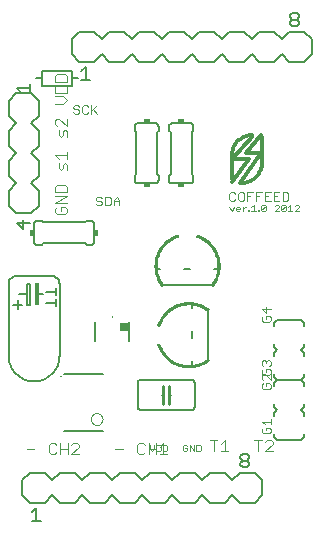
<source format=gto>
G75*
G70*
%OFA0B0*%
%FSLAX24Y24*%
%IPPOS*%
%LPD*%
%AMOC8*
5,1,8,0,0,1.08239X$1,22.5*
%
%ADD10C,0.0030*%
%ADD11C,0.0020*%
%ADD12C,0.0120*%
%ADD13C,0.0060*%
%ADD14C,0.0050*%
%ADD15C,0.0004*%
%ADD16R,0.0295X0.0295*%
%ADD17R,0.0150X0.0200*%
%ADD18C,0.0100*%
%ADD19R,0.0200X0.0150*%
%ADD20R,0.0170X0.0740*%
%ADD21C,0.0010*%
%ADD22C,0.0080*%
D10*
X001532Y002750D02*
X001779Y002750D01*
X002268Y002627D02*
X002330Y002565D01*
X002453Y002565D01*
X002515Y002627D01*
X002637Y002565D02*
X002637Y002935D01*
X002515Y002874D02*
X002453Y002935D01*
X002330Y002935D01*
X002268Y002874D01*
X002268Y002627D01*
X002637Y002750D02*
X002883Y002750D01*
X003005Y002874D02*
X003067Y002935D01*
X003190Y002935D01*
X003252Y002874D01*
X003252Y002812D01*
X003005Y002565D01*
X003252Y002565D01*
X002883Y002565D02*
X002883Y002935D01*
X004478Y002750D02*
X004725Y002750D01*
X005215Y002627D02*
X005277Y002565D01*
X005400Y002565D01*
X005462Y002627D01*
X005583Y002565D02*
X005583Y002935D01*
X005462Y002874D02*
X005400Y002935D01*
X005277Y002935D01*
X005215Y002874D01*
X005215Y002627D01*
X005583Y002750D02*
X005830Y002750D01*
X005951Y002812D02*
X006075Y002935D01*
X006075Y002565D01*
X006198Y002565D02*
X005951Y002565D01*
X005830Y002565D02*
X005830Y002935D01*
X007632Y003035D02*
X007879Y003035D01*
X007755Y003035D02*
X007755Y002665D01*
X008000Y002665D02*
X008247Y002665D01*
X008123Y002665D02*
X008123Y003035D01*
X008000Y002912D01*
X009105Y003035D02*
X009352Y003035D01*
X009228Y003035D02*
X009228Y002665D01*
X009473Y002665D02*
X009720Y002912D01*
X009720Y002974D01*
X009658Y003035D01*
X009535Y003035D01*
X009473Y002974D01*
X009473Y002665D02*
X009720Y002665D01*
X009603Y003265D02*
X009410Y003265D01*
X009361Y003313D01*
X009361Y003410D01*
X009410Y003458D01*
X009507Y003458D02*
X009507Y003362D01*
X009507Y003458D02*
X009603Y003458D01*
X009652Y003410D01*
X009652Y003313D01*
X009603Y003265D01*
X009652Y003560D02*
X009652Y003753D01*
X009652Y003656D02*
X009361Y003656D01*
X009458Y003560D01*
X009410Y004738D02*
X009603Y004738D01*
X009652Y004787D01*
X009652Y004883D01*
X009603Y004932D01*
X009507Y004932D01*
X009507Y004835D01*
X009410Y004738D02*
X009361Y004787D01*
X009361Y004883D01*
X009410Y004932D01*
X009410Y005033D02*
X009361Y005081D01*
X009361Y005178D01*
X009410Y005226D01*
X009458Y005226D01*
X009652Y005033D01*
X009652Y005226D01*
X009652Y005263D02*
X009652Y005360D01*
X009603Y005408D01*
X009507Y005408D01*
X009507Y005312D01*
X009603Y005215D02*
X009410Y005215D01*
X009361Y005263D01*
X009361Y005360D01*
X009410Y005408D01*
X009410Y005510D02*
X009361Y005558D01*
X009361Y005655D01*
X009410Y005703D01*
X009458Y005703D01*
X009507Y005655D01*
X009555Y005703D01*
X009603Y005703D01*
X009652Y005655D01*
X009652Y005558D01*
X009603Y005510D01*
X009507Y005606D02*
X009507Y005655D01*
X009652Y005263D02*
X009603Y005215D01*
X009603Y006983D02*
X009410Y006983D01*
X009361Y007031D01*
X009361Y007128D01*
X009410Y007176D01*
X009507Y007176D02*
X009507Y007080D01*
X009507Y007176D02*
X009603Y007176D01*
X009652Y007128D01*
X009652Y007031D01*
X009603Y006983D01*
X009507Y007278D02*
X009507Y007471D01*
X009652Y007423D02*
X009361Y007423D01*
X009507Y007278D01*
X009460Y011015D02*
X009654Y011015D01*
X009755Y011015D02*
X009948Y011015D01*
X010050Y011015D02*
X010195Y011015D01*
X010243Y011063D01*
X010243Y011257D01*
X010195Y011305D01*
X010050Y011305D01*
X010050Y011015D01*
X009852Y011160D02*
X009755Y011160D01*
X009755Y011305D02*
X009755Y011015D01*
X009557Y011160D02*
X009460Y011160D01*
X009460Y011305D02*
X009460Y011015D01*
X009262Y011160D02*
X009166Y011160D01*
X009166Y011015D02*
X009166Y011305D01*
X009359Y011305D01*
X009460Y011305D02*
X009654Y011305D01*
X009755Y011305D02*
X009948Y011305D01*
X009064Y011305D02*
X008871Y011305D01*
X008871Y011015D01*
X008770Y011063D02*
X008770Y011257D01*
X008721Y011305D01*
X008625Y011305D01*
X008576Y011257D01*
X008576Y011063D01*
X008625Y011015D01*
X008721Y011015D01*
X008770Y011063D01*
X008871Y011160D02*
X008968Y011160D01*
X008475Y011063D02*
X008427Y011015D01*
X008330Y011015D01*
X008282Y011063D01*
X008282Y011257D01*
X008330Y011305D01*
X008427Y011305D01*
X008475Y011257D01*
X004614Y011058D02*
X004614Y010865D01*
X004614Y011010D02*
X004421Y011010D01*
X004421Y011058D02*
X004518Y011155D01*
X004614Y011058D01*
X004421Y011058D02*
X004421Y010865D01*
X004320Y010913D02*
X004320Y011107D01*
X004271Y011155D01*
X004126Y011155D01*
X004126Y010865D01*
X004271Y010865D01*
X004320Y010913D01*
X004025Y010913D02*
X003977Y010865D01*
X003880Y010865D01*
X003832Y010913D01*
X003880Y011010D02*
X003977Y011010D01*
X004025Y010962D01*
X004025Y010913D01*
X003880Y011010D02*
X003832Y011058D01*
X003832Y011107D01*
X003880Y011155D01*
X003977Y011155D01*
X004025Y011107D01*
X002852Y011180D02*
X002481Y011180D01*
X002481Y011302D02*
X002481Y011487D01*
X002543Y011549D01*
X002790Y011549D01*
X002852Y011487D01*
X002852Y011302D01*
X002481Y011302D01*
X002481Y010933D02*
X002852Y011180D01*
X002852Y010933D02*
X002481Y010933D01*
X002543Y010812D02*
X002481Y010750D01*
X002481Y010627D01*
X002543Y010565D01*
X002790Y010565D01*
X002852Y010627D01*
X002852Y010750D01*
X002790Y010812D01*
X002667Y010812D01*
X002667Y010688D01*
X002667Y012038D02*
X002605Y012100D01*
X002605Y012285D01*
X002605Y012407D02*
X002481Y012530D01*
X002852Y012530D01*
X002852Y012407D02*
X002852Y012653D01*
X002852Y013143D02*
X002852Y013328D01*
X002790Y013390D01*
X002728Y013328D01*
X002728Y013205D01*
X002667Y013143D01*
X002605Y013205D01*
X002605Y013390D01*
X002543Y013512D02*
X002481Y013573D01*
X002481Y013697D01*
X002543Y013758D01*
X002605Y013758D01*
X002852Y013512D01*
X002852Y013758D01*
X003082Y013963D02*
X003130Y013915D01*
X003227Y013915D01*
X003275Y013963D01*
X003275Y014012D01*
X003227Y014060D01*
X003130Y014060D01*
X003082Y014108D01*
X003082Y014157D01*
X003130Y014205D01*
X003227Y014205D01*
X003275Y014157D01*
X003376Y014157D02*
X003376Y013963D01*
X003425Y013915D01*
X003521Y013915D01*
X003570Y013963D01*
X003671Y013915D02*
X003671Y014205D01*
X003570Y014157D02*
X003521Y014205D01*
X003425Y014205D01*
X003376Y014157D01*
X003671Y014012D02*
X003864Y014205D01*
X003719Y014060D02*
X003864Y013915D01*
X002852Y014372D02*
X002728Y014495D01*
X002481Y014495D01*
X002481Y014616D02*
X002481Y014802D01*
X002543Y014863D01*
X002790Y014863D01*
X002852Y014802D01*
X002852Y014616D01*
X002481Y014616D01*
X002481Y014248D02*
X002728Y014248D01*
X002852Y014372D01*
X002852Y014985D02*
X002481Y014985D01*
X002481Y015170D01*
X002543Y015232D01*
X002790Y015232D01*
X002852Y015170D01*
X002852Y014985D01*
X002790Y012285D02*
X002728Y012223D01*
X002728Y012100D01*
X002667Y012038D01*
X002852Y012038D02*
X002852Y012223D01*
X002790Y012285D01*
D11*
X008277Y010807D02*
X008350Y010660D01*
X008423Y010807D01*
X008498Y010770D02*
X008534Y010807D01*
X008608Y010807D01*
X008644Y010770D01*
X008644Y010733D01*
X008498Y010733D01*
X008498Y010697D02*
X008498Y010770D01*
X008498Y010697D02*
X008534Y010660D01*
X008608Y010660D01*
X008719Y010660D02*
X008719Y010807D01*
X008792Y010807D02*
X008719Y010733D01*
X008792Y010807D02*
X008829Y010807D01*
X008903Y010697D02*
X008939Y010697D01*
X008939Y010660D01*
X008903Y010660D01*
X008903Y010697D01*
X009013Y010660D02*
X009160Y010660D01*
X009087Y010660D02*
X009087Y010880D01*
X009013Y010807D01*
X009234Y010697D02*
X009271Y010697D01*
X009271Y010660D01*
X009234Y010660D01*
X009234Y010697D01*
X009345Y010697D02*
X009345Y010843D01*
X009381Y010880D01*
X009455Y010880D01*
X009492Y010843D01*
X009345Y010697D01*
X009381Y010660D01*
X009455Y010660D01*
X009492Y010697D01*
X009492Y010843D01*
X009787Y010843D02*
X009823Y010880D01*
X009897Y010880D01*
X009934Y010843D01*
X009934Y010807D01*
X009787Y010660D01*
X009934Y010660D01*
X010008Y010697D02*
X010155Y010843D01*
X010155Y010697D01*
X010118Y010660D01*
X010044Y010660D01*
X010008Y010697D01*
X010008Y010843D01*
X010044Y010880D01*
X010118Y010880D01*
X010155Y010843D01*
X010229Y010807D02*
X010302Y010880D01*
X010302Y010660D01*
X010229Y010660D02*
X010376Y010660D01*
X010450Y010660D02*
X010597Y010807D01*
X010597Y010843D01*
X010560Y010880D01*
X010486Y010880D01*
X010450Y010843D01*
X010450Y010660D02*
X010597Y010660D01*
X007284Y002880D02*
X007174Y002880D01*
X007174Y002660D01*
X007284Y002660D01*
X007320Y002697D01*
X007320Y002843D01*
X007284Y002880D01*
X007099Y002880D02*
X007099Y002660D01*
X006953Y002880D01*
X006953Y002660D01*
X006878Y002697D02*
X006878Y002770D01*
X006805Y002770D01*
X006732Y002843D02*
X006732Y002697D01*
X006768Y002660D01*
X006842Y002660D01*
X006878Y002697D01*
X006878Y002843D02*
X006842Y002880D01*
X006768Y002880D01*
X006732Y002843D01*
X006215Y002843D02*
X006215Y002697D01*
X006179Y002660D01*
X006069Y002660D01*
X006069Y002880D01*
X006179Y002880D01*
X006215Y002843D01*
X005994Y002843D02*
X005994Y002697D01*
X005958Y002660D01*
X005848Y002660D01*
X005848Y002880D01*
X005958Y002880D01*
X005994Y002843D01*
X005773Y002880D02*
X005773Y002733D01*
X005700Y002660D01*
X005627Y002733D01*
X005627Y002880D01*
X003659Y003741D02*
X003661Y003768D01*
X003667Y003795D01*
X003676Y003821D01*
X003689Y003845D01*
X003705Y003868D01*
X003724Y003887D01*
X003746Y003904D01*
X003770Y003918D01*
X003795Y003928D01*
X003822Y003935D01*
X003849Y003938D01*
X003877Y003937D01*
X003904Y003932D01*
X003930Y003924D01*
X003954Y003912D01*
X003977Y003896D01*
X003998Y003878D01*
X004015Y003857D01*
X004030Y003833D01*
X004041Y003808D01*
X004049Y003782D01*
X004053Y003755D01*
X004053Y003727D01*
X004049Y003700D01*
X004041Y003674D01*
X004030Y003649D01*
X004015Y003625D01*
X003998Y003604D01*
X003977Y003586D01*
X003955Y003570D01*
X003930Y003558D01*
X003904Y003550D01*
X003877Y003545D01*
X003849Y003544D01*
X003822Y003547D01*
X003795Y003554D01*
X003770Y003564D01*
X003746Y003578D01*
X003724Y003595D01*
X003705Y003614D01*
X003689Y003637D01*
X003676Y003661D01*
X003667Y003687D01*
X003661Y003714D01*
X003659Y003741D01*
D12*
X008367Y011650D02*
X008917Y012400D01*
X008367Y012400D01*
X009017Y013150D01*
X009317Y013200D02*
X008817Y012600D01*
X009317Y012600D01*
X008617Y011600D01*
X008367Y011750D02*
X008367Y012550D01*
X008667Y011600D02*
X008717Y011602D01*
X008767Y011607D01*
X008816Y011616D01*
X008864Y011628D01*
X008912Y011644D01*
X008958Y011663D01*
X009002Y011686D01*
X009045Y011711D01*
X009086Y011740D01*
X009125Y011771D01*
X009162Y011805D01*
X009196Y011842D01*
X009227Y011881D01*
X009256Y011922D01*
X009281Y011965D01*
X009304Y012009D01*
X009323Y012055D01*
X009339Y012103D01*
X009351Y012151D01*
X009360Y012200D01*
X009365Y012250D01*
X009367Y012300D01*
X009367Y013150D01*
X009017Y013200D02*
X008968Y013198D01*
X008920Y013193D01*
X008872Y013184D01*
X008825Y013171D01*
X008780Y013155D01*
X008735Y013136D01*
X008692Y013113D01*
X008651Y013087D01*
X008612Y013058D01*
X008575Y013026D01*
X008541Y012992D01*
X008509Y012955D01*
X008480Y012916D01*
X008454Y012875D01*
X008431Y012832D01*
X008412Y012787D01*
X008396Y012742D01*
X008383Y012695D01*
X008374Y012647D01*
X008369Y012599D01*
X008367Y012550D01*
D13*
X001367Y001200D02*
X001617Y000950D01*
X002117Y000950D01*
X002367Y001200D01*
X002617Y000950D01*
X003117Y000950D01*
X003367Y001200D01*
X003617Y000950D01*
X004117Y000950D01*
X004367Y001200D01*
X004617Y000950D01*
X005117Y000950D01*
X005367Y001200D01*
X005617Y000950D01*
X006117Y000950D01*
X006367Y001200D01*
X006617Y000950D01*
X007117Y000950D01*
X007367Y001200D01*
X007617Y000950D01*
X008117Y000950D01*
X008367Y001200D01*
X008617Y000950D01*
X009117Y000950D01*
X009367Y001200D01*
X009367Y001700D01*
X009117Y001950D01*
X008617Y001950D01*
X008367Y001700D01*
X008117Y001950D01*
X007617Y001950D01*
X007367Y001700D01*
X007117Y001950D01*
X006617Y001950D01*
X006367Y001700D01*
X006117Y001950D01*
X005617Y001950D01*
X005367Y001700D01*
X005117Y001950D01*
X004617Y001950D01*
X004367Y001700D01*
X004117Y001950D01*
X003617Y001950D01*
X003367Y001700D01*
X003117Y001950D01*
X002617Y001950D01*
X002367Y001700D01*
X002117Y001950D01*
X001617Y001950D01*
X001367Y001700D01*
X001367Y001200D01*
X002757Y003345D02*
X004072Y003345D01*
X005217Y004150D02*
X005217Y004950D01*
X005219Y004967D01*
X005223Y004984D01*
X005230Y005000D01*
X005240Y005014D01*
X005253Y005027D01*
X005267Y005037D01*
X005283Y005044D01*
X005300Y005048D01*
X005317Y005050D01*
X007017Y005050D01*
X007034Y005048D01*
X007051Y005044D01*
X007067Y005037D01*
X007081Y005027D01*
X007094Y005014D01*
X007104Y005000D01*
X007111Y004984D01*
X007115Y004967D01*
X007117Y004950D01*
X007117Y004150D01*
X007115Y004133D01*
X007111Y004116D01*
X007104Y004100D01*
X007094Y004086D01*
X007081Y004073D01*
X007067Y004063D01*
X007051Y004056D01*
X007034Y004052D01*
X007017Y004050D01*
X005317Y004050D01*
X005300Y004052D01*
X005283Y004056D01*
X005267Y004063D01*
X005253Y004073D01*
X005240Y004086D01*
X005230Y004100D01*
X005223Y004116D01*
X005219Y004133D01*
X005217Y004150D01*
X006017Y004550D02*
X006067Y004550D01*
X006267Y004550D02*
X006317Y004550D01*
X004076Y005255D02*
X002757Y005255D01*
X002659Y005170D02*
X002659Y005160D01*
X002617Y005850D02*
X002617Y008250D01*
X002615Y008280D01*
X002610Y008310D01*
X002601Y008339D01*
X002588Y008366D01*
X002573Y008392D01*
X002554Y008416D01*
X002533Y008437D01*
X002509Y008456D01*
X002483Y008471D01*
X002456Y008484D01*
X002427Y008493D01*
X002397Y008498D01*
X002367Y008500D01*
X001167Y008500D01*
X001137Y008498D01*
X001107Y008493D01*
X001078Y008484D01*
X001051Y008471D01*
X001025Y008456D01*
X001001Y008437D01*
X000980Y008416D01*
X000961Y008392D01*
X000946Y008366D01*
X000933Y008339D01*
X000924Y008310D01*
X000919Y008280D01*
X000917Y008250D01*
X000917Y005850D01*
X000919Y005793D01*
X000925Y005737D01*
X000934Y005681D01*
X000947Y005625D01*
X000964Y005571D01*
X000984Y005518D01*
X001008Y005467D01*
X001036Y005417D01*
X001066Y005369D01*
X001100Y005323D01*
X001137Y005280D01*
X001176Y005239D01*
X001218Y005201D01*
X001263Y005166D01*
X001310Y005134D01*
X001359Y005105D01*
X001409Y005079D01*
X001462Y005057D01*
X001515Y005038D01*
X001570Y005023D01*
X001626Y005012D01*
X001682Y005004D01*
X001739Y005000D01*
X001795Y005000D01*
X001852Y005004D01*
X001908Y005012D01*
X001964Y005023D01*
X002019Y005038D01*
X002072Y005057D01*
X002125Y005079D01*
X002175Y005105D01*
X002224Y005134D01*
X002271Y005166D01*
X002316Y005201D01*
X002358Y005239D01*
X002397Y005280D01*
X002434Y005323D01*
X002468Y005369D01*
X002498Y005417D01*
X002526Y005467D01*
X002550Y005518D01*
X002570Y005571D01*
X002587Y005625D01*
X002600Y005681D01*
X002609Y005737D01*
X002615Y005793D01*
X002617Y005850D01*
X001647Y007550D02*
X001517Y007550D01*
X001517Y007900D01*
X001517Y008250D01*
X001647Y008250D01*
X001647Y007550D01*
X001517Y007900D02*
X001267Y007900D01*
X001217Y007700D02*
X001217Y007400D01*
X001067Y007550D02*
X001367Y007550D01*
X001867Y007900D02*
X002067Y007900D01*
X002017Y009550D02*
X001867Y009550D01*
X001850Y009552D01*
X001833Y009556D01*
X001817Y009563D01*
X001803Y009573D01*
X001790Y009586D01*
X001780Y009600D01*
X001773Y009616D01*
X001769Y009633D01*
X001767Y009650D01*
X001767Y010250D01*
X001769Y010267D01*
X001773Y010284D01*
X001780Y010300D01*
X001790Y010314D01*
X001803Y010327D01*
X001817Y010337D01*
X001833Y010344D01*
X001850Y010348D01*
X001867Y010350D01*
X002017Y010350D01*
X002067Y010300D01*
X003467Y010300D01*
X003517Y010350D01*
X003667Y010350D01*
X003684Y010348D01*
X003701Y010344D01*
X003717Y010337D01*
X003731Y010327D01*
X003744Y010314D01*
X003754Y010300D01*
X003761Y010284D01*
X003765Y010267D01*
X003767Y010250D01*
X003767Y009650D01*
X003765Y009633D01*
X003761Y009616D01*
X003754Y009600D01*
X003744Y009586D01*
X003731Y009573D01*
X003717Y009563D01*
X003701Y009556D01*
X003684Y009552D01*
X003667Y009550D01*
X003517Y009550D01*
X003467Y009600D01*
X002067Y009600D01*
X002017Y009550D01*
X001667Y010600D02*
X001167Y010600D01*
X000917Y010850D01*
X000917Y011350D01*
X001167Y011600D01*
X000917Y011850D01*
X000917Y012350D01*
X001167Y012600D01*
X000917Y012850D01*
X000917Y013350D01*
X001167Y013600D01*
X000917Y013850D01*
X000917Y014350D01*
X001167Y014600D01*
X001667Y014600D01*
X001917Y014350D01*
X001917Y013850D01*
X001667Y013600D01*
X001917Y013350D01*
X001917Y012850D01*
X001667Y012600D01*
X001917Y012350D01*
X001917Y011850D01*
X001667Y011600D01*
X001917Y011350D01*
X001917Y010850D01*
X001667Y010600D01*
X003267Y015650D02*
X003767Y015650D01*
X004017Y015900D01*
X004267Y015650D01*
X004767Y015650D01*
X005017Y015900D01*
X005267Y015650D01*
X005767Y015650D01*
X006017Y015900D01*
X006267Y015650D01*
X006767Y015650D01*
X007017Y015900D01*
X007267Y015650D01*
X007767Y015650D01*
X008017Y015900D01*
X008267Y015650D01*
X008767Y015650D01*
X009017Y015900D01*
X009267Y015650D01*
X009767Y015650D01*
X010017Y015900D01*
X010267Y015650D01*
X010767Y015650D01*
X011017Y015900D01*
X011017Y016400D01*
X010767Y016650D01*
X010267Y016650D01*
X010017Y016400D01*
X009767Y016650D01*
X009267Y016650D01*
X009017Y016400D01*
X008767Y016650D01*
X008267Y016650D01*
X008017Y016400D01*
X007767Y016650D01*
X007267Y016650D01*
X007017Y016400D01*
X006767Y016650D01*
X006267Y016650D01*
X006017Y016400D01*
X005767Y016650D01*
X005267Y016650D01*
X005017Y016400D01*
X004767Y016650D01*
X004267Y016650D01*
X004017Y016400D01*
X003767Y016650D01*
X003267Y016650D01*
X003017Y016400D01*
X003017Y015900D01*
X003267Y015650D01*
X005117Y013500D02*
X005117Y013350D01*
X005167Y013300D01*
X005167Y011900D01*
X005117Y011850D01*
X005117Y011700D01*
X005119Y011683D01*
X005123Y011666D01*
X005130Y011650D01*
X005140Y011636D01*
X005153Y011623D01*
X005167Y011613D01*
X005183Y011606D01*
X005200Y011602D01*
X005217Y011600D01*
X005817Y011600D01*
X005834Y011602D01*
X005851Y011606D01*
X005867Y011613D01*
X005881Y011623D01*
X005894Y011636D01*
X005904Y011650D01*
X005911Y011666D01*
X005915Y011683D01*
X005917Y011700D01*
X005917Y011850D01*
X005867Y011900D01*
X005867Y013300D01*
X005917Y013350D01*
X005917Y013500D01*
X005915Y013517D01*
X005911Y013534D01*
X005904Y013550D01*
X005894Y013564D01*
X005881Y013577D01*
X005867Y013587D01*
X005851Y013594D01*
X005834Y013598D01*
X005817Y013600D01*
X005217Y013600D01*
X005200Y013598D01*
X005183Y013594D01*
X005167Y013587D01*
X005153Y013577D01*
X005140Y013564D01*
X005130Y013550D01*
X005123Y013534D01*
X005119Y013517D01*
X005117Y013500D01*
X006267Y013500D02*
X006267Y013350D01*
X006317Y013300D01*
X006317Y011900D01*
X006267Y011850D01*
X006267Y011700D01*
X006269Y011683D01*
X006273Y011666D01*
X006280Y011650D01*
X006290Y011636D01*
X006303Y011623D01*
X006317Y011613D01*
X006333Y011606D01*
X006350Y011602D01*
X006367Y011600D01*
X006967Y011600D01*
X006984Y011602D01*
X007001Y011606D01*
X007017Y011613D01*
X007031Y011623D01*
X007044Y011636D01*
X007054Y011650D01*
X007061Y011666D01*
X007065Y011683D01*
X007067Y011700D01*
X007067Y011850D01*
X007017Y011900D01*
X007017Y013300D01*
X007067Y013350D01*
X007067Y013500D01*
X007065Y013517D01*
X007061Y013534D01*
X007054Y013550D01*
X007044Y013564D01*
X007031Y013577D01*
X007017Y013587D01*
X007001Y013594D01*
X006984Y013598D01*
X006967Y013600D01*
X006367Y013600D01*
X006350Y013598D01*
X006333Y013594D01*
X006317Y013587D01*
X006303Y013577D01*
X006290Y013564D01*
X006280Y013550D01*
X006273Y013534D01*
X006269Y013517D01*
X006267Y013500D01*
X009867Y007050D02*
X009767Y006950D01*
X009767Y006850D01*
X009867Y007050D02*
X010667Y007050D01*
X010767Y006950D01*
X010767Y006850D01*
X010767Y006250D02*
X010767Y006150D01*
X010667Y006050D01*
X010767Y005950D01*
X010767Y005850D01*
X010767Y005250D02*
X010767Y005150D01*
X010667Y005050D01*
X009867Y005050D01*
X009767Y005150D01*
X009767Y005250D01*
X009867Y005050D02*
X009767Y004950D01*
X009767Y004850D01*
X009867Y005050D02*
X010667Y005050D01*
X010767Y004950D01*
X010767Y004850D01*
X010767Y004250D02*
X010767Y004150D01*
X010667Y004050D01*
X010767Y003950D01*
X010767Y003850D01*
X010767Y003250D02*
X010767Y003150D01*
X010667Y003050D01*
X009867Y003050D01*
X009767Y003150D01*
X009767Y003250D01*
X009767Y003850D02*
X009767Y003950D01*
X009867Y004050D01*
X009767Y004150D01*
X009767Y004250D01*
X009767Y005850D02*
X009767Y005950D01*
X009867Y006050D01*
X009767Y006150D01*
X009767Y006250D01*
D14*
X008867Y002575D02*
X008717Y002575D01*
X008642Y002500D01*
X008642Y002425D01*
X008717Y002350D01*
X008867Y002350D01*
X008942Y002275D01*
X008942Y002200D01*
X008867Y002125D01*
X008717Y002125D01*
X008642Y002200D01*
X008642Y002275D01*
X008717Y002350D01*
X008867Y002350D02*
X008942Y002425D01*
X008942Y002500D01*
X008867Y002575D01*
X004926Y006335D02*
X004926Y006965D01*
X003808Y006965D02*
X003808Y006335D01*
X002492Y007507D02*
X002492Y007734D01*
X002492Y007620D02*
X002152Y007620D01*
X002152Y007979D02*
X002492Y007979D01*
X002492Y007866D02*
X002492Y008093D01*
X001416Y010065D02*
X001416Y010365D01*
X001191Y010290D02*
X001416Y010065D01*
X001642Y010290D02*
X001191Y010290D01*
X001341Y014615D02*
X001191Y014765D01*
X001642Y014765D01*
X001642Y014615D02*
X001642Y014915D01*
X001817Y015100D02*
X002017Y015100D01*
X002017Y014850D01*
X003017Y014850D01*
X003017Y015100D01*
X003017Y015350D01*
X002017Y015350D01*
X002017Y015100D01*
X003017Y015100D02*
X003217Y015100D01*
X003342Y015025D02*
X003642Y015025D01*
X003492Y015025D02*
X003492Y015475D01*
X003342Y015325D01*
X010292Y016900D02*
X010292Y016975D01*
X010367Y017050D01*
X010517Y017050D01*
X010592Y016975D01*
X010592Y016900D01*
X010517Y016825D01*
X010367Y016825D01*
X010292Y016900D01*
X010367Y017050D02*
X010292Y017125D01*
X010292Y017200D01*
X010367Y017275D01*
X010517Y017275D01*
X010592Y017200D01*
X010592Y017125D01*
X010517Y017050D01*
X001842Y000775D02*
X001842Y000325D01*
X001692Y000325D02*
X001992Y000325D01*
X001692Y000625D02*
X001842Y000775D01*
D15*
X004367Y007158D02*
X004367Y007162D01*
D16*
X004760Y006798D03*
D17*
X003842Y009950D03*
X001692Y009950D03*
D18*
X006067Y004850D02*
X006067Y004550D01*
X006067Y004250D01*
X006267Y004250D02*
X006267Y004550D01*
X006267Y004850D01*
D19*
X006667Y011525D03*
X005517Y011525D03*
X005517Y013675D03*
X006667Y013675D03*
D20*
X001852Y007900D03*
D21*
X007722Y008183D02*
X007667Y008226D01*
X007703Y008275D01*
X007737Y008326D01*
X007766Y008380D01*
X007793Y008435D01*
X007817Y008491D01*
X007836Y008549D01*
X007853Y008608D01*
X007866Y008668D01*
X007875Y008728D01*
X007880Y008789D01*
X007882Y008851D01*
X007880Y008912D01*
X007875Y008973D01*
X007865Y009033D01*
X007852Y009093D01*
X007836Y009152D01*
X007816Y009210D01*
X007793Y009266D01*
X007766Y009321D01*
X007736Y009375D01*
X007703Y009426D01*
X007667Y009475D01*
X007627Y009522D01*
X007586Y009567D01*
X007541Y009609D01*
X007494Y009648D01*
X007445Y009684D01*
X007394Y009718D01*
X007340Y009748D01*
X007285Y009775D01*
X007229Y009798D01*
X007171Y009818D01*
X007191Y009885D01*
X007192Y009885D01*
X007253Y009864D01*
X007314Y009839D01*
X007373Y009810D01*
X007430Y009778D01*
X007484Y009742D01*
X007537Y009703D01*
X007587Y009661D01*
X007635Y009616D01*
X007680Y009569D01*
X007722Y009519D01*
X007760Y009466D01*
X007796Y009411D01*
X007828Y009354D01*
X007857Y009295D01*
X007882Y009235D01*
X007903Y009173D01*
X007920Y009110D01*
X007934Y009046D01*
X007944Y008981D01*
X007950Y008916D01*
X007952Y008850D01*
X007950Y008785D01*
X007944Y008720D01*
X007934Y008655D01*
X007921Y008591D01*
X007903Y008528D01*
X007882Y008466D01*
X007857Y008406D01*
X007828Y008347D01*
X007796Y008290D01*
X007761Y008235D01*
X007722Y008182D01*
X007715Y008188D01*
X007753Y008240D01*
X007789Y008295D01*
X007820Y008351D01*
X007849Y008410D01*
X007874Y008470D01*
X007895Y008531D01*
X007912Y008593D01*
X007926Y008657D01*
X007935Y008721D01*
X007941Y008786D01*
X007943Y008851D01*
X007941Y008915D01*
X007935Y008980D01*
X007925Y009044D01*
X007912Y009108D01*
X007894Y009170D01*
X007873Y009231D01*
X007848Y009291D01*
X007820Y009350D01*
X007788Y009406D01*
X007753Y009461D01*
X007715Y009513D01*
X007673Y009563D01*
X007629Y009610D01*
X007581Y009655D01*
X007532Y009696D01*
X007479Y009735D01*
X007425Y009770D01*
X007368Y009802D01*
X007310Y009830D01*
X007250Y009855D01*
X007189Y009877D01*
X007186Y009868D01*
X007247Y009847D01*
X007307Y009822D01*
X007364Y009794D01*
X007420Y009762D01*
X007474Y009727D01*
X007526Y009689D01*
X007575Y009648D01*
X007622Y009604D01*
X007666Y009557D01*
X007707Y009507D01*
X007746Y009456D01*
X007780Y009402D01*
X007812Y009345D01*
X007840Y009288D01*
X007865Y009228D01*
X007886Y009167D01*
X007903Y009105D01*
X007916Y009042D01*
X007926Y008979D01*
X007932Y008915D01*
X007934Y008851D01*
X007932Y008786D01*
X007926Y008722D01*
X007917Y008659D01*
X007903Y008596D01*
X007886Y008534D01*
X007865Y008473D01*
X007841Y008413D01*
X007812Y008355D01*
X007781Y008299D01*
X007746Y008245D01*
X007708Y008193D01*
X007701Y008199D01*
X007739Y008250D01*
X007773Y008304D01*
X007805Y008360D01*
X007832Y008417D01*
X007857Y008476D01*
X007877Y008536D01*
X007894Y008598D01*
X007908Y008660D01*
X007917Y008723D01*
X007923Y008787D01*
X007925Y008851D01*
X007923Y008914D01*
X007917Y008978D01*
X007908Y009041D01*
X007894Y009103D01*
X007877Y009165D01*
X007856Y009225D01*
X007832Y009284D01*
X007804Y009341D01*
X007773Y009397D01*
X007738Y009450D01*
X007700Y009502D01*
X007660Y009551D01*
X007616Y009597D01*
X007569Y009641D01*
X007521Y009682D01*
X007469Y009720D01*
X007416Y009755D01*
X007360Y009786D01*
X007303Y009814D01*
X007244Y009839D01*
X007184Y009859D01*
X007181Y009851D01*
X007241Y009830D01*
X007299Y009806D01*
X007356Y009778D01*
X007411Y009747D01*
X007464Y009712D01*
X007515Y009675D01*
X007564Y009634D01*
X007610Y009591D01*
X007653Y009545D01*
X007693Y009496D01*
X007731Y009445D01*
X007765Y009392D01*
X007796Y009337D01*
X007824Y009280D01*
X007848Y009222D01*
X007869Y009162D01*
X007886Y009101D01*
X007899Y009039D01*
X007908Y008977D01*
X007914Y008914D01*
X007916Y008851D01*
X007914Y008787D01*
X007908Y008724D01*
X007899Y008662D01*
X007886Y008600D01*
X007869Y008539D01*
X007848Y008479D01*
X007824Y008421D01*
X007797Y008364D01*
X007766Y008309D01*
X007731Y008256D01*
X007694Y008205D01*
X007687Y008210D01*
X007724Y008261D01*
X007758Y008313D01*
X007789Y008368D01*
X007816Y008424D01*
X007840Y008482D01*
X007860Y008542D01*
X007877Y008602D01*
X007890Y008663D01*
X007900Y008725D01*
X007905Y008788D01*
X007907Y008851D01*
X007905Y008913D01*
X007899Y008976D01*
X007890Y009038D01*
X007877Y009099D01*
X007860Y009159D01*
X007839Y009219D01*
X007816Y009277D01*
X007788Y009333D01*
X007757Y009388D01*
X007723Y009440D01*
X007686Y009491D01*
X007646Y009539D01*
X007603Y009585D01*
X007558Y009628D01*
X007509Y009668D01*
X007459Y009705D01*
X007406Y009739D01*
X007352Y009770D01*
X007296Y009798D01*
X007238Y009822D01*
X007178Y009842D01*
X007176Y009834D01*
X007234Y009813D01*
X007292Y009789D01*
X007348Y009762D01*
X007402Y009731D01*
X007454Y009698D01*
X007504Y009661D01*
X007552Y009621D01*
X007597Y009578D01*
X007639Y009533D01*
X007679Y009485D01*
X007716Y009435D01*
X007750Y009383D01*
X007780Y009329D01*
X007807Y009273D01*
X007831Y009215D01*
X007851Y009157D01*
X007868Y009097D01*
X007881Y009036D01*
X007890Y008975D01*
X007896Y008913D01*
X007898Y008851D01*
X007896Y008788D01*
X007891Y008727D01*
X007881Y008665D01*
X007868Y008604D01*
X007852Y008544D01*
X007831Y008486D01*
X007808Y008428D01*
X007781Y008372D01*
X007750Y008318D01*
X007717Y008266D01*
X007680Y008216D01*
X007673Y008221D01*
X007709Y008271D01*
X007742Y008323D01*
X007773Y008376D01*
X007800Y008432D01*
X007823Y008489D01*
X007843Y008547D01*
X007860Y008606D01*
X007872Y008667D01*
X007882Y008728D01*
X007887Y008789D01*
X007889Y008851D01*
X007887Y008912D01*
X007882Y008973D01*
X007872Y009034D01*
X007859Y009095D01*
X007843Y009154D01*
X007823Y009212D01*
X007799Y009269D01*
X007772Y009325D01*
X007742Y009378D01*
X007709Y009430D01*
X007672Y009480D01*
X007633Y009527D01*
X007590Y009572D01*
X007546Y009614D01*
X007498Y009654D01*
X007449Y009690D01*
X007397Y009724D01*
X007343Y009754D01*
X007288Y009781D01*
X007231Y009805D01*
X007173Y009825D01*
X006543Y009885D02*
X006563Y009818D01*
X006505Y009798D01*
X006449Y009775D01*
X006394Y009748D01*
X006341Y009718D01*
X006289Y009684D01*
X006240Y009648D01*
X006193Y009609D01*
X006149Y009567D01*
X006107Y009522D01*
X006067Y009475D01*
X006031Y009426D01*
X005998Y009375D01*
X005968Y009321D01*
X005941Y009266D01*
X005918Y009210D01*
X005898Y009152D01*
X005882Y009093D01*
X005869Y009033D01*
X005859Y008973D01*
X005854Y008912D01*
X005852Y008851D01*
X005854Y008789D01*
X005859Y008728D01*
X005868Y008668D01*
X005881Y008608D01*
X005898Y008549D01*
X005917Y008491D01*
X005941Y008435D01*
X005968Y008380D01*
X005997Y008326D01*
X006031Y008275D01*
X006067Y008226D01*
X006012Y008183D01*
X006012Y008182D01*
X005973Y008235D01*
X005938Y008290D01*
X005906Y008347D01*
X005877Y008406D01*
X005852Y008466D01*
X005831Y008528D01*
X005813Y008591D01*
X005800Y008655D01*
X005790Y008720D01*
X005784Y008785D01*
X005782Y008851D01*
X005784Y008916D01*
X005790Y008981D01*
X005800Y009046D01*
X005814Y009110D01*
X005831Y009173D01*
X005852Y009235D01*
X005877Y009295D01*
X005906Y009354D01*
X005938Y009411D01*
X005974Y009466D01*
X006012Y009519D01*
X006054Y009569D01*
X006099Y009616D01*
X006147Y009661D01*
X006197Y009703D01*
X006250Y009742D01*
X006304Y009778D01*
X006361Y009810D01*
X006420Y009839D01*
X006481Y009864D01*
X006542Y009885D01*
X006545Y009877D01*
X006484Y009855D01*
X006424Y009830D01*
X006366Y009802D01*
X006309Y009770D01*
X006255Y009735D01*
X006202Y009696D01*
X006153Y009655D01*
X006105Y009610D01*
X006061Y009563D01*
X006020Y009513D01*
X005981Y009461D01*
X005946Y009406D01*
X005914Y009350D01*
X005886Y009291D01*
X005861Y009231D01*
X005840Y009170D01*
X005822Y009108D01*
X005809Y009044D01*
X005799Y008980D01*
X005793Y008915D01*
X005791Y008851D01*
X005793Y008786D01*
X005799Y008721D01*
X005808Y008657D01*
X005822Y008593D01*
X005839Y008531D01*
X005860Y008470D01*
X005885Y008410D01*
X005914Y008351D01*
X005945Y008295D01*
X005980Y008240D01*
X006019Y008188D01*
X006026Y008193D01*
X005988Y008245D01*
X005953Y008299D01*
X005922Y008355D01*
X005893Y008413D01*
X005869Y008473D01*
X005848Y008534D01*
X005831Y008596D01*
X005817Y008659D01*
X005808Y008722D01*
X005802Y008786D01*
X005800Y008851D01*
X005802Y008915D01*
X005808Y008979D01*
X005818Y009042D01*
X005831Y009105D01*
X005848Y009167D01*
X005869Y009228D01*
X005894Y009288D01*
X005922Y009345D01*
X005954Y009402D01*
X005988Y009456D01*
X006027Y009507D01*
X006068Y009557D01*
X006112Y009604D01*
X006159Y009648D01*
X006208Y009689D01*
X006260Y009727D01*
X006314Y009762D01*
X006370Y009794D01*
X006427Y009822D01*
X006487Y009847D01*
X006548Y009868D01*
X006550Y009859D01*
X006490Y009839D01*
X006431Y009814D01*
X006374Y009786D01*
X006318Y009755D01*
X006265Y009720D01*
X006213Y009682D01*
X006165Y009641D01*
X006118Y009597D01*
X006074Y009551D01*
X006034Y009502D01*
X005996Y009450D01*
X005961Y009397D01*
X005930Y009341D01*
X005902Y009284D01*
X005878Y009225D01*
X005857Y009165D01*
X005840Y009103D01*
X005826Y009041D01*
X005817Y008978D01*
X005811Y008914D01*
X005809Y008851D01*
X005811Y008787D01*
X005817Y008723D01*
X005826Y008660D01*
X005839Y008598D01*
X005857Y008536D01*
X005877Y008476D01*
X005902Y008417D01*
X005929Y008360D01*
X005961Y008304D01*
X005995Y008250D01*
X006033Y008199D01*
X006040Y008205D01*
X006003Y008256D01*
X005968Y008309D01*
X005937Y008364D01*
X005910Y008421D01*
X005886Y008479D01*
X005865Y008539D01*
X005848Y008600D01*
X005835Y008662D01*
X005826Y008724D01*
X005820Y008787D01*
X005818Y008851D01*
X005820Y008914D01*
X005826Y008977D01*
X005835Y009039D01*
X005848Y009101D01*
X005865Y009162D01*
X005886Y009222D01*
X005910Y009280D01*
X005938Y009337D01*
X005969Y009392D01*
X006003Y009445D01*
X006041Y009496D01*
X006081Y009545D01*
X006124Y009591D01*
X006170Y009634D01*
X006219Y009675D01*
X006270Y009712D01*
X006323Y009747D01*
X006378Y009778D01*
X006435Y009806D01*
X006493Y009830D01*
X006553Y009851D01*
X006556Y009842D01*
X006496Y009822D01*
X006439Y009798D01*
X006382Y009770D01*
X006328Y009739D01*
X006275Y009705D01*
X006225Y009668D01*
X006176Y009628D01*
X006131Y009585D01*
X006088Y009539D01*
X006048Y009491D01*
X006011Y009440D01*
X005977Y009388D01*
X005946Y009333D01*
X005918Y009277D01*
X005895Y009219D01*
X005874Y009159D01*
X005857Y009099D01*
X005844Y009038D01*
X005835Y008976D01*
X005829Y008913D01*
X005827Y008851D01*
X005829Y008788D01*
X005834Y008725D01*
X005844Y008663D01*
X005857Y008602D01*
X005874Y008542D01*
X005894Y008482D01*
X005918Y008424D01*
X005945Y008368D01*
X005976Y008313D01*
X006010Y008261D01*
X006047Y008210D01*
X006054Y008216D01*
X006017Y008266D01*
X005984Y008318D01*
X005953Y008372D01*
X005926Y008428D01*
X005903Y008486D01*
X005882Y008544D01*
X005866Y008604D01*
X005853Y008665D01*
X005843Y008727D01*
X005838Y008788D01*
X005836Y008851D01*
X005838Y008913D01*
X005844Y008975D01*
X005853Y009036D01*
X005866Y009097D01*
X005883Y009157D01*
X005903Y009215D01*
X005927Y009273D01*
X005954Y009329D01*
X005984Y009383D01*
X006018Y009435D01*
X006055Y009485D01*
X006095Y009533D01*
X006137Y009578D01*
X006182Y009621D01*
X006230Y009661D01*
X006280Y009698D01*
X006332Y009731D01*
X006386Y009762D01*
X006442Y009789D01*
X006500Y009813D01*
X006558Y009834D01*
X006561Y009825D01*
X006503Y009805D01*
X006446Y009781D01*
X006391Y009754D01*
X006337Y009724D01*
X006285Y009690D01*
X006236Y009654D01*
X006188Y009614D01*
X006144Y009572D01*
X006101Y009527D01*
X006062Y009480D01*
X006026Y009430D01*
X005992Y009378D01*
X005962Y009325D01*
X005935Y009269D01*
X005911Y009212D01*
X005891Y009154D01*
X005875Y009095D01*
X005862Y009034D01*
X005852Y008974D01*
X005847Y008912D01*
X005845Y008851D01*
X005847Y008789D01*
X005852Y008728D01*
X005862Y008667D01*
X005874Y008606D01*
X005891Y008547D01*
X005911Y008489D01*
X005934Y008432D01*
X005961Y008376D01*
X005991Y008323D01*
X006025Y008271D01*
X006061Y008221D01*
X005882Y006226D02*
X005949Y006246D01*
X005969Y006188D01*
X005992Y006132D01*
X006019Y006077D01*
X006049Y006024D01*
X006083Y005972D01*
X006119Y005923D01*
X006158Y005876D01*
X006200Y005832D01*
X006245Y005790D01*
X006292Y005750D01*
X006341Y005714D01*
X006392Y005681D01*
X006446Y005651D01*
X006501Y005624D01*
X006557Y005601D01*
X006615Y005581D01*
X006674Y005565D01*
X006734Y005552D01*
X006794Y005542D01*
X006855Y005537D01*
X006916Y005535D01*
X006978Y005537D01*
X007039Y005542D01*
X007099Y005551D01*
X007159Y005564D01*
X007218Y005581D01*
X007276Y005600D01*
X007332Y005624D01*
X007387Y005651D01*
X007441Y005680D01*
X007492Y005714D01*
X007541Y005750D01*
X007584Y005695D01*
X007585Y005695D01*
X007532Y005656D01*
X007477Y005621D01*
X007420Y005589D01*
X007361Y005560D01*
X007301Y005535D01*
X007239Y005514D01*
X007176Y005496D01*
X007112Y005483D01*
X007047Y005473D01*
X006982Y005467D01*
X006916Y005465D01*
X006851Y005467D01*
X006786Y005473D01*
X006721Y005483D01*
X006657Y005497D01*
X006594Y005514D01*
X006532Y005535D01*
X006472Y005560D01*
X006413Y005589D01*
X006356Y005621D01*
X006301Y005657D01*
X006248Y005695D01*
X006198Y005737D01*
X006151Y005782D01*
X006106Y005830D01*
X006064Y005880D01*
X006025Y005933D01*
X005989Y005987D01*
X005957Y006044D01*
X005928Y006103D01*
X005903Y006164D01*
X005882Y006225D01*
X005890Y006228D01*
X005912Y006167D01*
X005937Y006107D01*
X005965Y006049D01*
X005997Y005992D01*
X006032Y005938D01*
X006071Y005885D01*
X006112Y005836D01*
X006157Y005788D01*
X006204Y005744D01*
X006254Y005703D01*
X006306Y005664D01*
X006361Y005629D01*
X006417Y005597D01*
X006476Y005569D01*
X006536Y005544D01*
X006597Y005523D01*
X006659Y005505D01*
X006723Y005492D01*
X006787Y005482D01*
X006852Y005476D01*
X006916Y005474D01*
X006981Y005476D01*
X007046Y005482D01*
X007110Y005491D01*
X007174Y005505D01*
X007236Y005522D01*
X007297Y005543D01*
X007357Y005568D01*
X007416Y005597D01*
X007472Y005628D01*
X007527Y005663D01*
X007579Y005702D01*
X007574Y005709D01*
X007522Y005671D01*
X007468Y005636D01*
X007412Y005605D01*
X007354Y005576D01*
X007294Y005552D01*
X007233Y005531D01*
X007171Y005514D01*
X007108Y005500D01*
X007045Y005491D01*
X006981Y005485D01*
X006916Y005483D01*
X006852Y005485D01*
X006788Y005491D01*
X006725Y005501D01*
X006662Y005514D01*
X006600Y005531D01*
X006539Y005552D01*
X006479Y005577D01*
X006422Y005605D01*
X006365Y005637D01*
X006311Y005671D01*
X006260Y005710D01*
X006210Y005751D01*
X006163Y005795D01*
X006119Y005842D01*
X006078Y005891D01*
X006040Y005943D01*
X006005Y005997D01*
X005973Y006053D01*
X005945Y006110D01*
X005920Y006170D01*
X005899Y006231D01*
X005908Y006233D01*
X005928Y006173D01*
X005953Y006114D01*
X005981Y006057D01*
X006012Y006001D01*
X006047Y005948D01*
X006085Y005896D01*
X006126Y005848D01*
X006170Y005801D01*
X006216Y005757D01*
X006265Y005717D01*
X006317Y005679D01*
X006370Y005644D01*
X006426Y005613D01*
X006483Y005585D01*
X006542Y005561D01*
X006602Y005540D01*
X006664Y005523D01*
X006726Y005509D01*
X006789Y005500D01*
X006853Y005494D01*
X006916Y005492D01*
X006980Y005494D01*
X007044Y005500D01*
X007107Y005509D01*
X007169Y005522D01*
X007231Y005540D01*
X007291Y005560D01*
X007350Y005585D01*
X007407Y005612D01*
X007463Y005644D01*
X007517Y005678D01*
X007568Y005716D01*
X007562Y005723D01*
X007511Y005686D01*
X007458Y005651D01*
X007403Y005620D01*
X007346Y005593D01*
X007288Y005569D01*
X007228Y005548D01*
X007167Y005531D01*
X007105Y005518D01*
X007043Y005509D01*
X006980Y005503D01*
X006916Y005501D01*
X006853Y005503D01*
X006790Y005509D01*
X006728Y005518D01*
X006666Y005531D01*
X006605Y005548D01*
X006545Y005569D01*
X006487Y005593D01*
X006430Y005621D01*
X006375Y005652D01*
X006322Y005686D01*
X006271Y005724D01*
X006222Y005764D01*
X006176Y005807D01*
X006133Y005853D01*
X006092Y005902D01*
X006055Y005953D01*
X006020Y006006D01*
X005989Y006061D01*
X005961Y006118D01*
X005937Y006176D01*
X005916Y006236D01*
X005925Y006239D01*
X005945Y006179D01*
X005969Y006122D01*
X005997Y006065D01*
X006028Y006011D01*
X006062Y005958D01*
X006099Y005908D01*
X006139Y005859D01*
X006182Y005814D01*
X006228Y005771D01*
X006276Y005731D01*
X006327Y005694D01*
X006379Y005660D01*
X006434Y005629D01*
X006490Y005601D01*
X006548Y005578D01*
X006608Y005557D01*
X006668Y005540D01*
X006729Y005527D01*
X006791Y005518D01*
X006854Y005512D01*
X006916Y005510D01*
X006979Y005512D01*
X007042Y005517D01*
X007104Y005527D01*
X007165Y005540D01*
X007225Y005557D01*
X007285Y005577D01*
X007343Y005601D01*
X007399Y005628D01*
X007454Y005659D01*
X007506Y005693D01*
X007557Y005730D01*
X007551Y005737D01*
X007501Y005700D01*
X007449Y005667D01*
X007395Y005636D01*
X007339Y005609D01*
X007281Y005586D01*
X007223Y005565D01*
X007163Y005549D01*
X007102Y005536D01*
X007040Y005526D01*
X006979Y005521D01*
X006916Y005519D01*
X006854Y005521D01*
X006792Y005527D01*
X006731Y005536D01*
X006670Y005549D01*
X006610Y005566D01*
X006552Y005586D01*
X006494Y005610D01*
X006438Y005637D01*
X006384Y005667D01*
X006332Y005701D01*
X006282Y005738D01*
X006234Y005778D01*
X006189Y005820D01*
X006146Y005865D01*
X006106Y005913D01*
X006069Y005963D01*
X006036Y006015D01*
X006005Y006069D01*
X005978Y006125D01*
X005954Y006183D01*
X005933Y006241D01*
X005942Y006244D01*
X005962Y006186D01*
X005986Y006129D01*
X006013Y006074D01*
X006043Y006020D01*
X006077Y005968D01*
X006113Y005919D01*
X006153Y005871D01*
X006195Y005827D01*
X006240Y005784D01*
X006287Y005745D01*
X006337Y005709D01*
X006389Y005675D01*
X006442Y005645D01*
X006498Y005618D01*
X006555Y005594D01*
X006613Y005574D01*
X006672Y005558D01*
X006733Y005545D01*
X006793Y005535D01*
X006855Y005530D01*
X006916Y005528D01*
X006978Y005530D01*
X007039Y005535D01*
X007100Y005545D01*
X007161Y005557D01*
X007220Y005574D01*
X007278Y005594D01*
X007335Y005617D01*
X007391Y005644D01*
X007444Y005674D01*
X007496Y005708D01*
X007546Y005744D01*
X007584Y007405D02*
X007541Y007350D01*
X007492Y007386D01*
X007441Y007420D01*
X007387Y007449D01*
X007332Y007476D01*
X007276Y007500D01*
X007218Y007519D01*
X007159Y007536D01*
X007099Y007549D01*
X007039Y007558D01*
X006978Y007563D01*
X006916Y007565D01*
X006855Y007563D01*
X006794Y007558D01*
X006734Y007548D01*
X006674Y007535D01*
X006615Y007519D01*
X006557Y007499D01*
X006501Y007476D01*
X006446Y007449D01*
X006392Y007419D01*
X006341Y007386D01*
X006292Y007350D01*
X006245Y007310D01*
X006200Y007269D01*
X006158Y007224D01*
X006119Y007177D01*
X006083Y007128D01*
X006049Y007077D01*
X006019Y007023D01*
X005992Y006968D01*
X005969Y006912D01*
X005949Y006854D01*
X005882Y006874D01*
X005882Y006875D01*
X005903Y006936D01*
X005928Y006997D01*
X005957Y007056D01*
X005989Y007113D01*
X006025Y007167D01*
X006064Y007220D01*
X006106Y007270D01*
X006151Y007318D01*
X006198Y007363D01*
X006248Y007405D01*
X006301Y007443D01*
X006356Y007479D01*
X006413Y007511D01*
X006472Y007540D01*
X006532Y007565D01*
X006594Y007586D01*
X006657Y007603D01*
X006721Y007617D01*
X006786Y007627D01*
X006851Y007633D01*
X006917Y007635D01*
X006982Y007633D01*
X007047Y007627D01*
X007112Y007617D01*
X007176Y007604D01*
X007239Y007586D01*
X007301Y007565D01*
X007361Y007540D01*
X007420Y007511D01*
X007477Y007479D01*
X007532Y007444D01*
X007585Y007405D01*
X007579Y007398D01*
X007527Y007436D01*
X007472Y007472D01*
X007416Y007503D01*
X007357Y007532D01*
X007297Y007557D01*
X007236Y007578D01*
X007174Y007595D01*
X007110Y007609D01*
X007046Y007618D01*
X006981Y007624D01*
X006916Y007626D01*
X006852Y007624D01*
X006787Y007618D01*
X006723Y007608D01*
X006659Y007595D01*
X006597Y007577D01*
X006536Y007556D01*
X006476Y007531D01*
X006417Y007503D01*
X006361Y007471D01*
X006306Y007436D01*
X006254Y007398D01*
X006204Y007356D01*
X006157Y007312D01*
X006112Y007264D01*
X006071Y007215D01*
X006032Y007162D01*
X005997Y007108D01*
X005965Y007051D01*
X005937Y006993D01*
X005912Y006933D01*
X005890Y006872D01*
X005899Y006869D01*
X005920Y006930D01*
X005945Y006990D01*
X005973Y007047D01*
X006005Y007103D01*
X006040Y007157D01*
X006078Y007209D01*
X006119Y007258D01*
X006163Y007305D01*
X006210Y007349D01*
X006260Y007390D01*
X006311Y007429D01*
X006365Y007463D01*
X006422Y007495D01*
X006479Y007523D01*
X006539Y007548D01*
X006600Y007569D01*
X006662Y007586D01*
X006725Y007599D01*
X006788Y007609D01*
X006852Y007615D01*
X006916Y007617D01*
X006981Y007615D01*
X007045Y007609D01*
X007108Y007600D01*
X007171Y007586D01*
X007233Y007569D01*
X007294Y007548D01*
X007354Y007524D01*
X007412Y007495D01*
X007468Y007464D01*
X007522Y007429D01*
X007574Y007391D01*
X007568Y007384D01*
X007517Y007422D01*
X007463Y007456D01*
X007407Y007488D01*
X007350Y007515D01*
X007291Y007540D01*
X007231Y007560D01*
X007169Y007577D01*
X007107Y007591D01*
X007044Y007600D01*
X006980Y007606D01*
X006916Y007608D01*
X006853Y007606D01*
X006789Y007600D01*
X006726Y007591D01*
X006664Y007577D01*
X006602Y007560D01*
X006542Y007539D01*
X006483Y007515D01*
X006426Y007487D01*
X006370Y007456D01*
X006317Y007421D01*
X006265Y007383D01*
X006216Y007343D01*
X006170Y007299D01*
X006126Y007252D01*
X006085Y007204D01*
X006047Y007152D01*
X006012Y007099D01*
X005981Y007043D01*
X005953Y006986D01*
X005928Y006927D01*
X005908Y006867D01*
X005916Y006864D01*
X005937Y006924D01*
X005961Y006982D01*
X005989Y007039D01*
X006020Y007094D01*
X006055Y007147D01*
X006092Y007198D01*
X006133Y007247D01*
X006176Y007293D01*
X006222Y007336D01*
X006271Y007376D01*
X006322Y007414D01*
X006375Y007448D01*
X006430Y007479D01*
X006487Y007507D01*
X006545Y007531D01*
X006605Y007552D01*
X006666Y007569D01*
X006728Y007582D01*
X006790Y007591D01*
X006853Y007597D01*
X006916Y007599D01*
X006980Y007597D01*
X007043Y007591D01*
X007105Y007582D01*
X007167Y007569D01*
X007228Y007552D01*
X007288Y007531D01*
X007346Y007507D01*
X007403Y007480D01*
X007458Y007449D01*
X007511Y007414D01*
X007562Y007377D01*
X007557Y007370D01*
X007506Y007407D01*
X007454Y007441D01*
X007399Y007472D01*
X007343Y007499D01*
X007285Y007523D01*
X007225Y007543D01*
X007165Y007560D01*
X007104Y007573D01*
X007042Y007583D01*
X006979Y007588D01*
X006916Y007590D01*
X006854Y007588D01*
X006791Y007582D01*
X006729Y007573D01*
X006668Y007560D01*
X006608Y007543D01*
X006548Y007522D01*
X006490Y007499D01*
X006434Y007471D01*
X006379Y007440D01*
X006327Y007406D01*
X006276Y007369D01*
X006228Y007329D01*
X006182Y007286D01*
X006139Y007241D01*
X006099Y007192D01*
X006062Y007142D01*
X006028Y007089D01*
X005997Y007035D01*
X005969Y006979D01*
X005945Y006921D01*
X005925Y006861D01*
X005933Y006859D01*
X005954Y006917D01*
X005978Y006975D01*
X006005Y007031D01*
X006036Y007085D01*
X006069Y007137D01*
X006106Y007187D01*
X006146Y007235D01*
X006189Y007280D01*
X006234Y007322D01*
X006282Y007362D01*
X006332Y007399D01*
X006384Y007433D01*
X006438Y007463D01*
X006494Y007490D01*
X006552Y007514D01*
X006610Y007534D01*
X006670Y007551D01*
X006731Y007564D01*
X006792Y007573D01*
X006854Y007579D01*
X006916Y007581D01*
X006979Y007579D01*
X007040Y007574D01*
X007102Y007564D01*
X007163Y007551D01*
X007223Y007535D01*
X007281Y007514D01*
X007339Y007491D01*
X007395Y007464D01*
X007449Y007433D01*
X007501Y007400D01*
X007551Y007363D01*
X007546Y007356D01*
X007496Y007392D01*
X007444Y007425D01*
X007391Y007456D01*
X007335Y007483D01*
X007278Y007506D01*
X007220Y007526D01*
X007161Y007543D01*
X007100Y007555D01*
X007039Y007565D01*
X006978Y007570D01*
X006916Y007572D01*
X006855Y007570D01*
X006794Y007565D01*
X006733Y007555D01*
X006672Y007542D01*
X006613Y007526D01*
X006555Y007506D01*
X006498Y007482D01*
X006442Y007455D01*
X006389Y007425D01*
X006337Y007392D01*
X006287Y007355D01*
X006240Y007316D01*
X006195Y007273D01*
X006153Y007229D01*
X006113Y007181D01*
X006077Y007132D01*
X006043Y007080D01*
X006013Y007026D01*
X005986Y006971D01*
X005962Y006914D01*
X005942Y006856D01*
D22*
X006042Y008200D02*
X007691Y008200D01*
X007754Y008750D02*
X007912Y008750D01*
X006979Y008750D02*
X006754Y008750D01*
X007017Y007595D02*
X007017Y007437D01*
X007567Y007375D02*
X007567Y005725D01*
X007017Y005663D02*
X007017Y005505D01*
X007017Y006437D02*
X007017Y006663D01*
X005979Y008750D02*
X005821Y008750D01*
M02*

</source>
